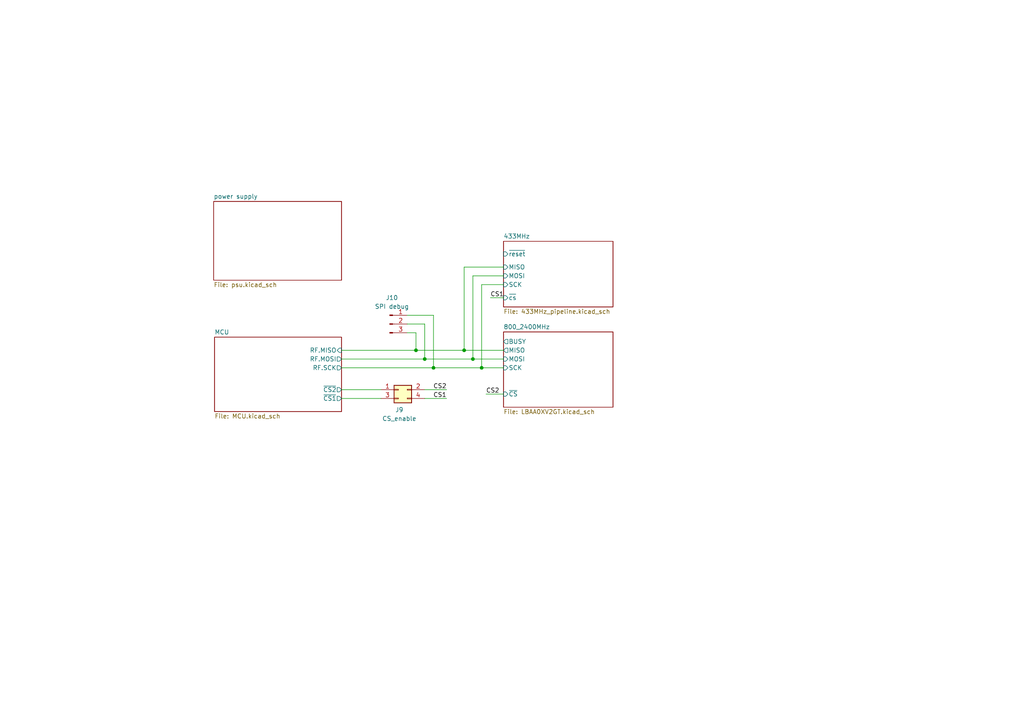
<source format=kicad_sch>
(kicad_sch (version 20250114) (generator "eeschema") (generator_version "9.0")
  (paper "A4")
  (title_block (title "3-band-LoRa testboard") (date "2025-30-03") (rev "1") (company "AAU-connectivity") (comment 1 "Malthe Sennels"))
  (lib_symbols
    (symbol "Connector:Conn_01x03_Pin" (pin_names (offset 1.016) (hide yes))
      (property "Reference" "J" (at 0 5.08 0))
      (property "Value" "Conn_01x03_Pin" (at 0 -5.08 0))
      (symbol "Conn_01x03_Pin_1_1"
        (rectangle (start 0.8636 2.667) (end 0 2.413) (stroke (width 0.1524)) (fill (type outline)))
        (rectangle (start 0.8636 0.127) (end 0 -0.127) (stroke (width 0.1524)) (fill (type outline)))
        (rectangle (start 0.8636 -2.413) (end 0 -2.667) (stroke (width 0.1524)) (fill (type outline)))
        (polyline (pts (xy 1.27 2.54) (xy 0.8636 2.54)) (stroke (width 0.1524)))
        (polyline (pts (xy 1.27 0) (xy 0.8636 0)) (stroke (width 0.1524)))
        (polyline (pts (xy 1.27 -2.54) (xy 0.8636 -2.54)) (stroke (width 0.1524)))
        (pin passive line (at 5.08 2.54 180) (length 3.81) (name "Pin_1") (number "1"))
        (pin passive line (at 5.08 0 180) (length 3.81) (name "Pin_2") (number "2"))
        (pin passive line (at 5.08 -2.54 180) (length 3.81) (name "Pin_3") (number "3"))
      )
    )
    (symbol "Connector_Generic:Conn_02x02_Odd_Even" (pin_names (offset 1.016) (hide yes))
      (property "Reference" "J" (at 1.27 2.54 0))
      (property "Value" "Conn_02x02_Odd_Even" (at 1.27 -5.08 0))
      (symbol "Conn_02x02_Odd_Even_1_1"
        (rectangle (start -1.27 1.27) (end 3.81 -3.81) (stroke (width 0.254)) (fill (type background)))
        (rectangle (start -1.27 0.127) (end 0 -0.127) (stroke (width 0.1524)))
        (rectangle (start -1.27 -2.413) (end 0 -2.667) (stroke (width 0.1524)))
        (rectangle (start 3.81 0.127) (end 2.54 -0.127) (stroke (width 0.1524)))
        (rectangle (start 3.81 -2.413) (end 2.54 -2.667) (stroke (width 0.1524)))
        (pin passive line (at -5.08 0 0) (length 3.81) (name "Pin_1") (number "1"))
        (pin passive line (at -5.08 -2.54 0) (length 3.81) (name "Pin_3") (number "3"))
        (pin passive line (at 7.62 0 180) (length 3.81) (name "Pin_2") (number "2"))
        (pin passive line (at 7.62 -2.54 180) (length 3.81) (name "Pin_4") (number "4"))
      )
    )
  )
  (junction (at 123.19 104.14))
  (junction (at 134.62 101.6))
  (junction (at 120.65 101.6))
  (junction (at 125.73 106.68))
  (junction (at 139.7 106.68))
  (junction (at 137.16 104.14))
  (wire (pts (xy 139.7 82.55) (xy 146.05 82.55)))
  (wire (pts (xy 125.73 91.44) (xy 118.11 91.44)))
  (wire (pts (xy 123.19 115.57) (xy 129.54 115.57)))
  (wire (pts (xy 139.7 106.68) (xy 139.7 82.55)))
  (wire (pts (xy 123.19 104.14) (xy 123.19 93.98)))
  (wire (pts (xy 120.65 101.6) (xy 134.62 101.6)))
  (wire (pts (xy 137.16 104.14) (xy 146.05 104.14)))
  (wire (pts (xy 99.06 101.6) (xy 120.65 101.6)))
  (wire (pts (xy 123.19 113.03) (xy 129.54 113.03)))
  (wire (pts (xy 137.16 80.01) (xy 137.16 104.14)))
  (wire (pts (xy 134.62 101.6) (xy 146.05 101.6)))
  (wire (pts (xy 125.73 106.68) (xy 139.7 106.68)))
  (wire (pts (xy 123.19 104.14) (xy 137.16 104.14)))
  (wire (pts (xy 99.06 115.57) (xy 110.49 115.57)))
  (wire (pts (xy 146.05 80.01) (xy 137.16 80.01)))
  (wire (pts (xy 99.06 113.03) (xy 110.49 113.03)))
  (wire (pts (xy 120.65 101.6) (xy 120.65 96.52)))
  (wire (pts (xy 99.06 106.68) (xy 125.73 106.68)))
  (wire (pts (xy 123.19 93.98) (xy 118.11 93.98)))
  (wire (pts (xy 142.24 86.36) (xy 146.05 86.36)))
  (wire (pts (xy 134.62 101.6) (xy 134.62 77.47)))
  (wire (pts (xy 134.62 77.47) (xy 146.05 77.47)))
  (wire (pts (xy 139.7 106.68) (xy 146.05 106.68)))
  (wire (pts (xy 125.73 106.68) (xy 125.73 91.44)))
  (wire (pts (xy 99.06 104.14) (xy 123.19 104.14)))
  (wire (pts (xy 120.65 96.52) (xy 118.11 96.52)))
  (wire (pts (xy 140.97 114.3) (xy 146.05 114.3)))
  (label "CS1" (at 142.24 86.36 0))
  (label "CS2" (at 129.54 113.03 180))
  (label "CS1" (at 129.54 115.57 180))
  (label "CS2" (at 140.97 114.3 0))
  (symbol (lib_id "Connector:Conn_01x03_Pin") (at 113.03 93.98 0) (unit 1)
    (property "Reference" "J10" (at 113.665 86.36 0))
    (property "Value" "SPI debug" (at 113.665 88.9 0))
    (property "Footprint" "Connector_PinHeader_2.54mm:PinHeader_1x03_P2.54mm_Vertical" (effects (hide yes)))
    (property "Description" "Generic connector, single row, 01x03, script generated" (effects (hide yes)))
  )
  (symbol (lib_id "Connector_Generic:Conn_02x02_Odd_Even") (at 115.57 113.03 0) (unit 1)
    (property "Reference" "J9" (at 115.824 118.872 0))
    (property "Value" "CS_enable" (at 115.824 121.412 0))
    (property "Footprint" "Connector_PinHeader_2.54mm:PinHeader_2x02_P2.54mm_Vertical" (effects (hide yes)))
    (property "Description" "Generic connector, double row, 02x02, odd/even pin numbering scheme (row 1 odd numbers, row 2 even numbers), script generated (kicad-library-utils/schlib/autogen/connector/)" (effects (hide yes)))
  )
  (sheet (at 146.05 69.977) (size 31.75 19.05) (stroke (width 0.1524))
    (property "Sheetname" "433MHz" (at 146.05 69.2654 0) (effects (justify left bottom)))
    (property "Sheetfile" "433MHz_pipeline.kicad_sch" (at 146.05 89.6116 0) (effects (justify left top)))
    (pin "MISO" input (at 146.05 77.47 180))
    (pin "MOSI" input (at 146.05 80.01 180))
    (pin "SCK" input (at 146.05 82.55 180))
    (pin "~{cs}" input (at 146.05 86.36 180))
    (pin "~{reset}" input (at 146.05 73.66 180))
  )
  (sheet (at 62.23 97.79) (size 36.83 21.59) (stroke (width 0.1524))
    (property "Sheetname" "MCU" (at 62.23 97.0784 0) (effects (justify left bottom)))
    (property "Sheetfile" "MCU.kicad_sch" (at 62.23 119.9646 0) (effects (justify left top)))
    (pin "RF.MISO" input (at 99.06 101.6 0))
    (pin "RF.MOSI" output (at 99.06 104.14 0))
    (pin "RF.SCK" output (at 99.06 106.68 0))
    (pin "~{CS1}" output (at 99.06 115.57 0))
    (pin "~{CS2}" output (at 99.06 113.03 0))
  )
  (sheet (at 146.05 96.266) (size 31.75 21.844) (stroke (width 0.1524))
    (property "Sheetname" "800_2400MHz" (at 146.05 95.5544 0) (effects (justify left bottom)))
    (property "Sheetfile" "LBAA0XV2GT.kicad_sch" (at 146.05 118.6946 0) (effects (justify left top)))
    (pin "BUSY" output (at 146.05 99.06 180))
    (pin "MISO" output (at 146.05 101.6 180))
    (pin "MOSI" input (at 146.05 104.14 180))
    (pin "SCK" input (at 146.05 106.68 180))
    (pin "~{CS}" input (at 146.05 114.3 180))
  )
  (sheet (at 61.976 58.42) (size 37.084 22.86) (stroke (width 0.1524))
    (property "Sheetname" "power supply" (at 61.976 57.7084 0) (effects (justify left bottom)))
    (property "Sheetfile" "psu.kicad_sch" (at 61.976 81.8646 0) (effects (justify left top)))
  )
)
</source>
